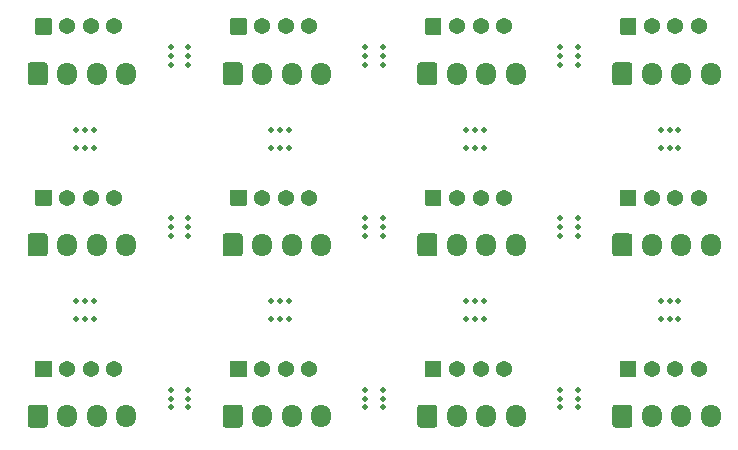
<source format=gbr>
%TF.GenerationSoftware,KiCad,Pcbnew,5.1.10-88a1d61d58~90~ubuntu20.04.1*%
%TF.CreationDate,2022-01-16T22:17:14+00:00*%
%TF.ProjectId,grove_adaptor_panel,67726f76-655f-4616-9461-70746f725f70,rev?*%
%TF.SameCoordinates,Original*%
%TF.FileFunction,Soldermask,Top*%
%TF.FilePolarity,Negative*%
%FSLAX46Y46*%
G04 Gerber Fmt 4.6, Leading zero omitted, Abs format (unit mm)*
G04 Created by KiCad (PCBNEW 5.1.10-88a1d61d58~90~ubuntu20.04.1) date 2022-01-16 22:17:14*
%MOMM*%
%LPD*%
G01*
G04 APERTURE LIST*
%ADD10C,0.500000*%
%ADD11C,1.371600*%
%ADD12O,1.700000X1.950000*%
G04 APERTURE END LIST*
D10*
%TO.C,mouse-bite-2mm-slot*%
X187250000Y-111250000D03*
X187250000Y-109750000D03*
X188750000Y-109750000D03*
X188750000Y-111250000D03*
X187250000Y-110500000D03*
X188750000Y-110500000D03*
%TD*%
%TO.C,mouse-bite-2mm-slot*%
X228750000Y-116750000D03*
X230250000Y-116750000D03*
X230250000Y-118250000D03*
X228750000Y-118250000D03*
X229500000Y-116750000D03*
X229500000Y-118250000D03*
%TD*%
%TO.C,mouse-bite-2mm-slot*%
X212250000Y-116750000D03*
X213750000Y-116750000D03*
X213750000Y-118250000D03*
X212250000Y-118250000D03*
X213000000Y-116750000D03*
X213000000Y-118250000D03*
%TD*%
%TO.C,mouse-bite-2mm-slot*%
X195750000Y-116750000D03*
X197250000Y-116750000D03*
X197250000Y-118250000D03*
X195750000Y-118250000D03*
X196500000Y-116750000D03*
X196500000Y-118250000D03*
%TD*%
%TO.C,mouse-bite-2mm-slot*%
X179250000Y-116750000D03*
X180750000Y-116750000D03*
X180750000Y-118250000D03*
X179250000Y-118250000D03*
X180000000Y-116750000D03*
X180000000Y-118250000D03*
%TD*%
%TO.C,mouse-bite-2mm-slot*%
X228750000Y-102250000D03*
X230250000Y-102250000D03*
X230250000Y-103750000D03*
X228750000Y-103750000D03*
X229500000Y-102250000D03*
X229500000Y-103750000D03*
%TD*%
%TO.C,mouse-bite-2mm-slot*%
X212250000Y-102250000D03*
X213750000Y-102250000D03*
X213750000Y-103750000D03*
X212250000Y-103750000D03*
X213000000Y-102250000D03*
X213000000Y-103750000D03*
%TD*%
%TO.C,mouse-bite-2mm-slot*%
X195750000Y-102250000D03*
X197250000Y-102250000D03*
X197250000Y-103750000D03*
X195750000Y-103750000D03*
X196500000Y-102250000D03*
X196500000Y-103750000D03*
%TD*%
%TO.C,mouse-bite-2mm-slot*%
X220250000Y-125750000D03*
X220250000Y-124250000D03*
X221750000Y-124250000D03*
X221750000Y-125750000D03*
X220250000Y-125000000D03*
X221750000Y-125000000D03*
%TD*%
%TO.C,mouse-bite-2mm-slot*%
X203750000Y-125750000D03*
X203750000Y-124250000D03*
X205250000Y-124250000D03*
X205250000Y-125750000D03*
X203750000Y-125000000D03*
X205250000Y-125000000D03*
%TD*%
%TO.C,mouse-bite-2mm-slot*%
X187250000Y-125750000D03*
X187250000Y-124250000D03*
X188750000Y-124250000D03*
X188750000Y-125750000D03*
X187250000Y-125000000D03*
X188750000Y-125000000D03*
%TD*%
%TO.C,mouse-bite-2mm-slot*%
X220250000Y-111250000D03*
X220250000Y-109750000D03*
X221750000Y-109750000D03*
X221750000Y-111250000D03*
X220250000Y-110500000D03*
X221750000Y-110500000D03*
%TD*%
%TO.C,mouse-bite-2mm-slot*%
X203750000Y-111250000D03*
X203750000Y-109750000D03*
X205250000Y-109750000D03*
X205250000Y-111250000D03*
X203750000Y-110500000D03*
X205250000Y-110500000D03*
%TD*%
%TO.C,mouse-bite-2mm-slot*%
X220250000Y-96750000D03*
X220250000Y-95250000D03*
X221750000Y-95250000D03*
X221750000Y-96750000D03*
X220250000Y-96000000D03*
X221750000Y-96000000D03*
%TD*%
%TO.C,mouse-bite-2mm-slot*%
X203750000Y-96750000D03*
X203750000Y-95250000D03*
X205250000Y-95250000D03*
X205250000Y-96750000D03*
X203750000Y-96000000D03*
X205250000Y-96000000D03*
%TD*%
%TO.C,mouse-bite-2mm-slot*%
X187250000Y-96750000D03*
X187250000Y-95250000D03*
X188750000Y-95250000D03*
X188750000Y-96750000D03*
X187250000Y-96000000D03*
X188750000Y-96000000D03*
%TD*%
D11*
%TO.C,J2*%
X232000000Y-122500000D03*
X230000000Y-122500000D03*
X228000000Y-122500000D03*
G36*
G01*
X225314200Y-123135000D02*
X225314200Y-121865000D01*
G75*
G02*
X225365000Y-121814200I50800J0D01*
G01*
X226635000Y-121814200D01*
G75*
G02*
X226685800Y-121865000I0J-50800D01*
G01*
X226685800Y-123135000D01*
G75*
G02*
X226635000Y-123185800I-50800J0D01*
G01*
X225365000Y-123185800D01*
G75*
G02*
X225314200Y-123135000I0J50800D01*
G01*
G37*
%TD*%
%TO.C,J2*%
X215500000Y-122500000D03*
X213500000Y-122500000D03*
X211500000Y-122500000D03*
G36*
G01*
X208814200Y-123135000D02*
X208814200Y-121865000D01*
G75*
G02*
X208865000Y-121814200I50800J0D01*
G01*
X210135000Y-121814200D01*
G75*
G02*
X210185800Y-121865000I0J-50800D01*
G01*
X210185800Y-123135000D01*
G75*
G02*
X210135000Y-123185800I-50800J0D01*
G01*
X208865000Y-123185800D01*
G75*
G02*
X208814200Y-123135000I0J50800D01*
G01*
G37*
%TD*%
%TO.C,J2*%
X199000000Y-122500000D03*
X197000000Y-122500000D03*
X195000000Y-122500000D03*
G36*
G01*
X192314200Y-123135000D02*
X192314200Y-121865000D01*
G75*
G02*
X192365000Y-121814200I50800J0D01*
G01*
X193635000Y-121814200D01*
G75*
G02*
X193685800Y-121865000I0J-50800D01*
G01*
X193685800Y-123135000D01*
G75*
G02*
X193635000Y-123185800I-50800J0D01*
G01*
X192365000Y-123185800D01*
G75*
G02*
X192314200Y-123135000I0J50800D01*
G01*
G37*
%TD*%
%TO.C,J2*%
X182500000Y-122500000D03*
X180500000Y-122500000D03*
X178500000Y-122500000D03*
G36*
G01*
X175814200Y-123135000D02*
X175814200Y-121865000D01*
G75*
G02*
X175865000Y-121814200I50800J0D01*
G01*
X177135000Y-121814200D01*
G75*
G02*
X177185800Y-121865000I0J-50800D01*
G01*
X177185800Y-123135000D01*
G75*
G02*
X177135000Y-123185800I-50800J0D01*
G01*
X175865000Y-123185800D01*
G75*
G02*
X175814200Y-123135000I0J50800D01*
G01*
G37*
%TD*%
%TO.C,J2*%
X232000000Y-108000000D03*
X230000000Y-108000000D03*
X228000000Y-108000000D03*
G36*
G01*
X225314200Y-108635000D02*
X225314200Y-107365000D01*
G75*
G02*
X225365000Y-107314200I50800J0D01*
G01*
X226635000Y-107314200D01*
G75*
G02*
X226685800Y-107365000I0J-50800D01*
G01*
X226685800Y-108635000D01*
G75*
G02*
X226635000Y-108685800I-50800J0D01*
G01*
X225365000Y-108685800D01*
G75*
G02*
X225314200Y-108635000I0J50800D01*
G01*
G37*
%TD*%
%TO.C,J2*%
X215500000Y-108000000D03*
X213500000Y-108000000D03*
X211500000Y-108000000D03*
G36*
G01*
X208814200Y-108635000D02*
X208814200Y-107365000D01*
G75*
G02*
X208865000Y-107314200I50800J0D01*
G01*
X210135000Y-107314200D01*
G75*
G02*
X210185800Y-107365000I0J-50800D01*
G01*
X210185800Y-108635000D01*
G75*
G02*
X210135000Y-108685800I-50800J0D01*
G01*
X208865000Y-108685800D01*
G75*
G02*
X208814200Y-108635000I0J50800D01*
G01*
G37*
%TD*%
%TO.C,J2*%
X199000000Y-108000000D03*
X197000000Y-108000000D03*
X195000000Y-108000000D03*
G36*
G01*
X192314200Y-108635000D02*
X192314200Y-107365000D01*
G75*
G02*
X192365000Y-107314200I50800J0D01*
G01*
X193635000Y-107314200D01*
G75*
G02*
X193685800Y-107365000I0J-50800D01*
G01*
X193685800Y-108635000D01*
G75*
G02*
X193635000Y-108685800I-50800J0D01*
G01*
X192365000Y-108685800D01*
G75*
G02*
X192314200Y-108635000I0J50800D01*
G01*
G37*
%TD*%
%TO.C,J2*%
X182500000Y-108000000D03*
X180500000Y-108000000D03*
X178500000Y-108000000D03*
G36*
G01*
X175814200Y-108635000D02*
X175814200Y-107365000D01*
G75*
G02*
X175865000Y-107314200I50800J0D01*
G01*
X177135000Y-107314200D01*
G75*
G02*
X177185800Y-107365000I0J-50800D01*
G01*
X177185800Y-108635000D01*
G75*
G02*
X177135000Y-108685800I-50800J0D01*
G01*
X175865000Y-108685800D01*
G75*
G02*
X175814200Y-108635000I0J50800D01*
G01*
G37*
%TD*%
%TO.C,J2*%
X232000000Y-93500000D03*
X230000000Y-93500000D03*
X228000000Y-93500000D03*
G36*
G01*
X225314200Y-94135000D02*
X225314200Y-92865000D01*
G75*
G02*
X225365000Y-92814200I50800J0D01*
G01*
X226635000Y-92814200D01*
G75*
G02*
X226685800Y-92865000I0J-50800D01*
G01*
X226685800Y-94135000D01*
G75*
G02*
X226635000Y-94185800I-50800J0D01*
G01*
X225365000Y-94185800D01*
G75*
G02*
X225314200Y-94135000I0J50800D01*
G01*
G37*
%TD*%
%TO.C,J2*%
X215500000Y-93500000D03*
X213500000Y-93500000D03*
X211500000Y-93500000D03*
G36*
G01*
X208814200Y-94135000D02*
X208814200Y-92865000D01*
G75*
G02*
X208865000Y-92814200I50800J0D01*
G01*
X210135000Y-92814200D01*
G75*
G02*
X210185800Y-92865000I0J-50800D01*
G01*
X210185800Y-94135000D01*
G75*
G02*
X210135000Y-94185800I-50800J0D01*
G01*
X208865000Y-94185800D01*
G75*
G02*
X208814200Y-94135000I0J50800D01*
G01*
G37*
%TD*%
%TO.C,J2*%
X199000000Y-93500000D03*
X197000000Y-93500000D03*
X195000000Y-93500000D03*
G36*
G01*
X192314200Y-94135000D02*
X192314200Y-92865000D01*
G75*
G02*
X192365000Y-92814200I50800J0D01*
G01*
X193635000Y-92814200D01*
G75*
G02*
X193685800Y-92865000I0J-50800D01*
G01*
X193685800Y-94135000D01*
G75*
G02*
X193635000Y-94185800I-50800J0D01*
G01*
X192365000Y-94185800D01*
G75*
G02*
X192314200Y-94135000I0J50800D01*
G01*
G37*
%TD*%
D12*
%TO.C,J1*%
X233000000Y-126500000D03*
X230500000Y-126500000D03*
X228000000Y-126500000D03*
G36*
G01*
X224650000Y-127225000D02*
X224650000Y-125775000D01*
G75*
G02*
X224900000Y-125525000I250000J0D01*
G01*
X226100000Y-125525000D01*
G75*
G02*
X226350000Y-125775000I0J-250000D01*
G01*
X226350000Y-127225000D01*
G75*
G02*
X226100000Y-127475000I-250000J0D01*
G01*
X224900000Y-127475000D01*
G75*
G02*
X224650000Y-127225000I0J250000D01*
G01*
G37*
%TD*%
%TO.C,J1*%
X216500000Y-126500000D03*
X214000000Y-126500000D03*
X211500000Y-126500000D03*
G36*
G01*
X208150000Y-127225000D02*
X208150000Y-125775000D01*
G75*
G02*
X208400000Y-125525000I250000J0D01*
G01*
X209600000Y-125525000D01*
G75*
G02*
X209850000Y-125775000I0J-250000D01*
G01*
X209850000Y-127225000D01*
G75*
G02*
X209600000Y-127475000I-250000J0D01*
G01*
X208400000Y-127475000D01*
G75*
G02*
X208150000Y-127225000I0J250000D01*
G01*
G37*
%TD*%
%TO.C,J1*%
X200000000Y-126500000D03*
X197500000Y-126500000D03*
X195000000Y-126500000D03*
G36*
G01*
X191650000Y-127225000D02*
X191650000Y-125775000D01*
G75*
G02*
X191900000Y-125525000I250000J0D01*
G01*
X193100000Y-125525000D01*
G75*
G02*
X193350000Y-125775000I0J-250000D01*
G01*
X193350000Y-127225000D01*
G75*
G02*
X193100000Y-127475000I-250000J0D01*
G01*
X191900000Y-127475000D01*
G75*
G02*
X191650000Y-127225000I0J250000D01*
G01*
G37*
%TD*%
%TO.C,J1*%
X183500000Y-126500000D03*
X181000000Y-126500000D03*
X178500000Y-126500000D03*
G36*
G01*
X175150000Y-127225000D02*
X175150000Y-125775000D01*
G75*
G02*
X175400000Y-125525000I250000J0D01*
G01*
X176600000Y-125525000D01*
G75*
G02*
X176850000Y-125775000I0J-250000D01*
G01*
X176850000Y-127225000D01*
G75*
G02*
X176600000Y-127475000I-250000J0D01*
G01*
X175400000Y-127475000D01*
G75*
G02*
X175150000Y-127225000I0J250000D01*
G01*
G37*
%TD*%
%TO.C,J1*%
X233000000Y-112000000D03*
X230500000Y-112000000D03*
X228000000Y-112000000D03*
G36*
G01*
X224650000Y-112725000D02*
X224650000Y-111275000D01*
G75*
G02*
X224900000Y-111025000I250000J0D01*
G01*
X226100000Y-111025000D01*
G75*
G02*
X226350000Y-111275000I0J-250000D01*
G01*
X226350000Y-112725000D01*
G75*
G02*
X226100000Y-112975000I-250000J0D01*
G01*
X224900000Y-112975000D01*
G75*
G02*
X224650000Y-112725000I0J250000D01*
G01*
G37*
%TD*%
%TO.C,J1*%
X216500000Y-112000000D03*
X214000000Y-112000000D03*
X211500000Y-112000000D03*
G36*
G01*
X208150000Y-112725000D02*
X208150000Y-111275000D01*
G75*
G02*
X208400000Y-111025000I250000J0D01*
G01*
X209600000Y-111025000D01*
G75*
G02*
X209850000Y-111275000I0J-250000D01*
G01*
X209850000Y-112725000D01*
G75*
G02*
X209600000Y-112975000I-250000J0D01*
G01*
X208400000Y-112975000D01*
G75*
G02*
X208150000Y-112725000I0J250000D01*
G01*
G37*
%TD*%
%TO.C,J1*%
X200000000Y-112000000D03*
X197500000Y-112000000D03*
X195000000Y-112000000D03*
G36*
G01*
X191650000Y-112725000D02*
X191650000Y-111275000D01*
G75*
G02*
X191900000Y-111025000I250000J0D01*
G01*
X193100000Y-111025000D01*
G75*
G02*
X193350000Y-111275000I0J-250000D01*
G01*
X193350000Y-112725000D01*
G75*
G02*
X193100000Y-112975000I-250000J0D01*
G01*
X191900000Y-112975000D01*
G75*
G02*
X191650000Y-112725000I0J250000D01*
G01*
G37*
%TD*%
%TO.C,J1*%
X183500000Y-112000000D03*
X181000000Y-112000000D03*
X178500000Y-112000000D03*
G36*
G01*
X175150000Y-112725000D02*
X175150000Y-111275000D01*
G75*
G02*
X175400000Y-111025000I250000J0D01*
G01*
X176600000Y-111025000D01*
G75*
G02*
X176850000Y-111275000I0J-250000D01*
G01*
X176850000Y-112725000D01*
G75*
G02*
X176600000Y-112975000I-250000J0D01*
G01*
X175400000Y-112975000D01*
G75*
G02*
X175150000Y-112725000I0J250000D01*
G01*
G37*
%TD*%
%TO.C,J1*%
X233000000Y-97500000D03*
X230500000Y-97500000D03*
X228000000Y-97500000D03*
G36*
G01*
X224650000Y-98225000D02*
X224650000Y-96775000D01*
G75*
G02*
X224900000Y-96525000I250000J0D01*
G01*
X226100000Y-96525000D01*
G75*
G02*
X226350000Y-96775000I0J-250000D01*
G01*
X226350000Y-98225000D01*
G75*
G02*
X226100000Y-98475000I-250000J0D01*
G01*
X224900000Y-98475000D01*
G75*
G02*
X224650000Y-98225000I0J250000D01*
G01*
G37*
%TD*%
%TO.C,J1*%
X216500000Y-97500000D03*
X214000000Y-97500000D03*
X211500000Y-97500000D03*
G36*
G01*
X208150000Y-98225000D02*
X208150000Y-96775000D01*
G75*
G02*
X208400000Y-96525000I250000J0D01*
G01*
X209600000Y-96525000D01*
G75*
G02*
X209850000Y-96775000I0J-250000D01*
G01*
X209850000Y-98225000D01*
G75*
G02*
X209600000Y-98475000I-250000J0D01*
G01*
X208400000Y-98475000D01*
G75*
G02*
X208150000Y-98225000I0J250000D01*
G01*
G37*
%TD*%
%TO.C,J1*%
X200000000Y-97500000D03*
X197500000Y-97500000D03*
X195000000Y-97500000D03*
G36*
G01*
X191650000Y-98225000D02*
X191650000Y-96775000D01*
G75*
G02*
X191900000Y-96525000I250000J0D01*
G01*
X193100000Y-96525000D01*
G75*
G02*
X193350000Y-96775000I0J-250000D01*
G01*
X193350000Y-98225000D01*
G75*
G02*
X193100000Y-98475000I-250000J0D01*
G01*
X191900000Y-98475000D01*
G75*
G02*
X191650000Y-98225000I0J250000D01*
G01*
G37*
%TD*%
D10*
%TO.C,mouse-bite-2mm-slot*%
X179250000Y-102250000D03*
X180750000Y-102250000D03*
X180750000Y-103750000D03*
X179250000Y-103750000D03*
X180000000Y-102250000D03*
X180000000Y-103750000D03*
%TD*%
D11*
%TO.C,J2*%
X182500000Y-93500000D03*
X180500000Y-93500000D03*
X178500000Y-93500000D03*
G36*
G01*
X175814200Y-94135000D02*
X175814200Y-92865000D01*
G75*
G02*
X175865000Y-92814200I50800J0D01*
G01*
X177135000Y-92814200D01*
G75*
G02*
X177185800Y-92865000I0J-50800D01*
G01*
X177185800Y-94135000D01*
G75*
G02*
X177135000Y-94185800I-50800J0D01*
G01*
X175865000Y-94185800D01*
G75*
G02*
X175814200Y-94135000I0J50800D01*
G01*
G37*
%TD*%
D12*
%TO.C,J1*%
X183500000Y-97500000D03*
X181000000Y-97500000D03*
X178500000Y-97500000D03*
G36*
G01*
X175150000Y-98225000D02*
X175150000Y-96775000D01*
G75*
G02*
X175400000Y-96525000I250000J0D01*
G01*
X176600000Y-96525000D01*
G75*
G02*
X176850000Y-96775000I0J-250000D01*
G01*
X176850000Y-98225000D01*
G75*
G02*
X176600000Y-98475000I-250000J0D01*
G01*
X175400000Y-98475000D01*
G75*
G02*
X175150000Y-98225000I0J250000D01*
G01*
G37*
%TD*%
M02*

</source>
